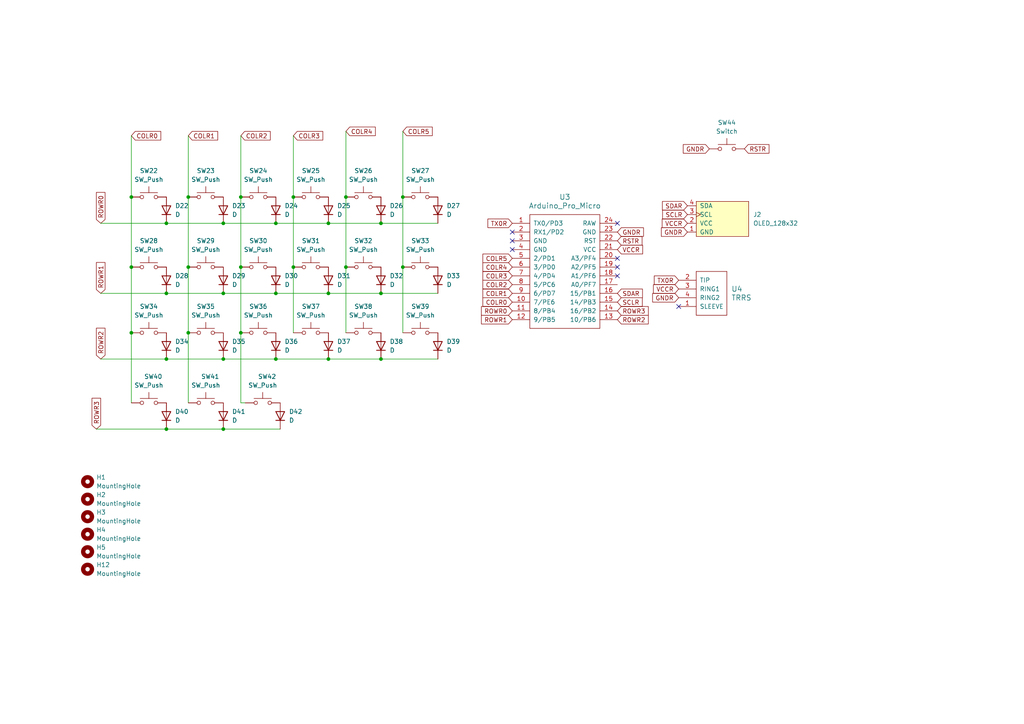
<source format=kicad_sch>
(kicad_sch (version 20250114) (generator "eeschema") (generator_version "9.0")
  (paper "A4")
  (lib_symbols
    (symbol "Device:D" (pin_numbers (hide yes)) (pin_names (offset 1.016) (hide yes))
      (property "Reference" "D" (at 0 2.54 0))
      (property "Value" "D" (at 0 -2.54 0))
      (symbol "D_0_1"
        (polyline (pts (xy -1.27 1.27) (xy -1.27 -1.27)) (stroke (width 0.254)))
        (polyline (pts (xy 1.27 1.27) (xy 1.27 -1.27) (xy -1.27 0) (xy 1.27 1.27)) (stroke (width 0.254)))
        (polyline (pts (xy 1.27 0) (xy -1.27 0)))
      )
      (symbol "D_1_1"
        (pin passive line (at -3.81 0 0) (length 2.54) (name "K") (number "1"))
        (pin passive line (at 3.81 0 180) (length 2.54) (name "A") (number "2"))
      )
    )
    (symbol "Mechanical:MountingHole" (pin_names (offset 1.016)) (in_bom no)
      (property "Reference" "H" (at 0 5.08 0))
      (property "Value" "MountingHole" (at 0 3.175 0))
      (symbol "MountingHole_0_1"
        (circle (center 0 0) (radius 1.27) (stroke (width 1.27)))
      )
    )
    (symbol "ScottoKeebs:MCU_Arduino_Pro_Micro" (pin_names (offset 1.016))
      (property "Reference" "U" (at 0 0 0))
      (property "Value" "Arduino_Pro_Micro" (at 0 -19.05 0))
      (symbol "MCU_Arduino_Pro_Micro_0_1"
        (rectangle (start -10.16 16.51) (end 10.16 -16.51))
      )
      (symbol "MCU_Arduino_Pro_Micro_1_1"
        (pin input line (at -15.24 13.97 0) (length 5.08) (name "TX0/PD3") (number "1"))
        (pin input line (at -15.24 11.43 0) (length 5.08) (name "RX1/PD2") (number "2"))
        (pin input line (at -15.24 8.89 0) (length 5.08) (name "GND") (number "3"))
        (pin input line (at -15.24 6.35 0) (length 5.08) (name "GND") (number "4"))
        (pin input line (at -15.24 3.81 0) (length 5.08) (name "2/PD1") (number "5"))
        (pin input line (at -15.24 1.27 0) (length 5.08) (name "3/PD0") (number "6"))
        (pin input line (at -15.24 -1.27 0) (length 5.08) (name "4/PD4") (number "7"))
        (pin input line (at -15.24 -3.81 0) (length 5.08) (name "5/PC6") (number "8"))
        (pin input line (at -15.24 -6.35 0) (length 5.08) (name "6/PD7") (number "9"))
        (pin input line (at -15.24 -8.89 0) (length 5.08) (name "7/PE6") (number "10"))
        (pin input line (at -15.24 -11.43 0) (length 5.08) (name "8/PB4") (number "11"))
        (pin input line (at -15.24 -13.97 0) (length 5.08) (name "9/PB5") (number "12"))
        (pin input line (at 15.24 13.97 180) (length 5.08) (name "RAW") (number "24"))
        (pin input line (at 15.24 11.43 180) (length 5.08) (name "GND") (number "23"))
        (pin input line (at 15.24 8.89 180) (length 5.08) (name "RST") (number "22"))
        (pin input line (at 15.24 6.35 180) (length 5.08) (name "VCC") (number "21"))
        (pin input line (at 15.24 3.81 180) (length 5.08) (name "A3/PF4") (number "20"))
        (pin input line (at 15.24 1.27 180) (length 5.08) (name "A2/PF5") (number "19"))
        (pin input line (at 15.24 -1.27 180) (length 5.08) (name "A1/PF6") (number "18"))
        (pin input line (at 15.24 -3.81 180) (length 5.08) (name "A0/PF7") (number "17"))
        (pin input line (at 15.24 -6.35 180) (length 5.08) (name "15/PB1") (number "16"))
        (pin input line (at 15.24 -8.89 180) (length 5.08) (name "14/PB3") (number "15"))
        (pin input line (at 15.24 -11.43 180) (length 5.08) (name "16/PB2") (number "14"))
        (pin input line (at 15.24 -13.97 180) (length 5.08) (name "10/PB6") (number "13"))
      )
    )
    (symbol "ScottoKeebs:OLED_128x32" (pin_names (offset 1.016))
      (property "Reference" "J" (at 0 -6.35 0))
      (property "Value" "OLED_128x32" (at 0 6.35 0))
      (symbol "OLED_128x32_0_1"
        (rectangle (start 0 5.08) (end 15.24 -5.08) (fill (type background)))
      )
      (symbol "OLED_128x32_1_1"
        (pin bidirectional line (at -2.54 3.81 0) (length 2.54) (name "SDA") (number "4"))
        (pin input clock (at -2.54 1.27 0) (length 2.54) (name "SCL") (number "3"))
        (pin power_in line (at -2.54 -1.27 0) (length 2.54) (name "VCC") (number "2"))
        (pin power_in line (at -2.54 -3.81 0) (length 2.54) (name "GND") (number "1"))
      )
    )
    (symbol "ScottoKeebs:Placeholder_Switch" (pin_numbers (hide yes)) (pin_names (offset 1.016) (hide yes))
      (property "Reference" "SW" (at 1.27 2.54 0))
      (property "Value" "Switch" (at 0 -1.524 0))
      (symbol "Placeholder_Switch_0_1"
        (circle (center -2.032 0) (radius 0.508))
        (polyline (pts (xy 0 1.27) (xy 0 3.048)))
        (circle (center 2.032 0) (radius 0.508))
        (polyline (pts (xy 2.54 1.27) (xy -2.54 1.27)))
        (pin passive line (at -5.08 0 0) (length 2.54) (name "1") (number "1"))
        (pin passive line (at 5.08 0 180) (length 2.54) (name "2") (number "2"))
      )
    )
    (symbol "ScottoKeebs:Placeholder_TRRS" (pin_names (offset 1.016))
      (property "Reference" "U" (at 0 15.24 0))
      (property "Value" "TRRS" (at 0 -2.54 0))
      (symbol "Placeholder_TRRS_0_1"
        (rectangle (start -3.81 12.7) (end 5.08 12.7))
        (rectangle (start -3.81 0) (end -3.81 12.7))
        (rectangle (start -3.81 0) (end 5.08 0))
        (rectangle (start 5.08 12.7) (end 5.08 0))
      )
      (symbol "Placeholder_TRRS_1_1"
        (pin input line (at -8.89 10.16 0) (length 5.08) (name "TIP") (number "2"))
        (pin input line (at -8.89 7.62 0) (length 5.08) (name "RING1") (number "3"))
        (pin input line (at -8.89 5.08 0) (length 5.08) (name "RING2") (number "4"))
        (pin input line (at -8.89 2.54 0) (length 5.08) (name "SLEEVE") (number "1"))
      )
    )
    (symbol "Switch:SW_Push" (pin_numbers (hide yes)) (pin_names (offset 1.016) (hide yes))
      (property "Reference" "SW" (at 1.27 2.54 0))
      (property "Value" "SW_Push" (at 0 -1.524 0))
      (symbol "SW_Push_0_1"
        (circle (center -2.032 0) (radius 0.508))
        (polyline (pts (xy 0 1.27) (xy 0 3.048)))
        (circle (center 2.032 0) (radius 0.508))
        (polyline (pts (xy 2.54 1.27) (xy -2.54 1.27)))
        (pin passive line (at -5.08 0 0) (length 2.54) (name "1") (number "1"))
        (pin passive line (at 5.08 0 180) (length 2.54) (name "2") (number "2"))
      )
    )
  )
  (junction (at 54.61 77.47))
  (junction (at 64.77 124.46))
  (junction (at 69.85 57.15))
  (junction (at 38.1 96.52))
  (junction (at 110.49 104.14))
  (junction (at 100.33 57.15))
  (junction (at 80.01 85.09))
  (junction (at 54.61 96.52))
  (junction (at 38.1 57.15))
  (junction (at 80.01 64.77))
  (junction (at 54.61 57.15))
  (junction (at 85.09 57.15))
  (junction (at 80.01 104.14))
  (junction (at 64.77 104.14))
  (junction (at 69.85 77.47))
  (junction (at 95.25 85.09))
  (junction (at 48.26 104.14))
  (junction (at 48.26 124.46))
  (junction (at 38.1 77.47))
  (junction (at 110.49 64.77))
  (junction (at 95.25 104.14))
  (junction (at 48.26 85.09))
  (junction (at 48.26 64.77))
  (junction (at 116.84 77.47))
  (junction (at 69.85 96.52))
  (junction (at 95.25 64.77))
  (junction (at 116.84 57.15))
  (junction (at 100.33 77.47))
  (junction (at 85.09 77.47))
  (junction (at 64.77 85.09))
  (junction (at 110.49 85.09))
  (junction (at 64.77 64.77))
  (no_connect (at 148.59 72.39))
  (no_connect (at 179.07 77.47))
  (no_connect (at 196.85 88.9))
  (no_connect (at 179.07 80.01))
  (no_connect (at 148.59 69.85))
  (no_connect (at 179.07 74.93))
  (no_connect (at 148.59 67.31))
  (no_connect (at 179.07 64.77))
  (wire (pts (xy 110.49 104.14) (xy 127 104.14)))
  (wire (pts (xy 85.09 39.37) (xy 85.09 57.15)))
  (wire (pts (xy 38.1 77.47) (xy 38.1 96.52)))
  (wire (pts (xy 80.01 85.09) (xy 95.25 85.09)))
  (wire (pts (xy 54.61 77.47) (xy 54.61 96.52)))
  (wire (pts (xy 48.26 104.14) (xy 64.77 104.14)))
  (wire (pts (xy 54.61 57.15) (xy 54.61 77.47)))
  (wire (pts (xy 64.77 64.77) (xy 80.01 64.77)))
  (wire (pts (xy 48.26 85.09) (xy 64.77 85.09)))
  (wire (pts (xy 110.49 64.77) (xy 127 64.77)))
  (wire (pts (xy 54.61 39.37) (xy 54.61 57.15)))
  (wire (pts (xy 38.1 57.15) (xy 38.1 77.47)))
  (wire (pts (xy 110.49 85.09) (xy 127 85.09)))
  (wire (pts (xy 100.33 77.47) (xy 100.33 96.52)))
  (wire (pts (xy 85.09 77.47) (xy 85.09 96.52)))
  (wire (pts (xy 64.77 85.09) (xy 80.01 85.09)))
  (wire (pts (xy 69.85 77.47) (xy 69.85 96.52)))
  (wire (pts (xy 29.21 64.77) (xy 48.26 64.77)))
  (wire (pts (xy 27.94 124.46) (xy 48.26 124.46)))
  (wire (pts (xy 29.21 85.09) (xy 48.26 85.09)))
  (wire (pts (xy 38.1 39.37) (xy 38.1 57.15)))
  (wire (pts (xy 54.61 96.52) (xy 54.61 116.84)))
  (wire (pts (xy 116.84 77.47) (xy 116.84 96.52)))
  (wire (pts (xy 69.85 96.52) (xy 69.85 116.84)))
  (wire (pts (xy 80.01 104.14) (xy 95.25 104.14)))
  (wire (pts (xy 69.85 39.37) (xy 69.85 57.15)))
  (wire (pts (xy 100.33 38.1) (xy 100.33 57.15)))
  (wire (pts (xy 48.26 124.46) (xy 64.77 124.46)))
  (wire (pts (xy 95.25 85.09) (xy 110.49 85.09)))
  (wire (pts (xy 116.84 57.15) (xy 116.84 77.47)))
  (wire (pts (xy 80.01 64.77) (xy 95.25 64.77)))
  (wire (pts (xy 38.1 96.52) (xy 38.1 116.84)))
  (wire (pts (xy 95.25 104.14) (xy 110.49 104.14)))
  (wire (pts (xy 69.85 57.15) (xy 69.85 77.47)))
  (wire (pts (xy 95.25 64.77) (xy 110.49 64.77)))
  (wire (pts (xy 29.21 104.14) (xy 48.26 104.14)))
  (wire (pts (xy 85.09 57.15) (xy 85.09 77.47)))
  (wire (pts (xy 116.84 38.1) (xy 116.84 57.15)))
  (wire (pts (xy 64.77 104.14) (xy 80.01 104.14)))
  (wire (pts (xy 100.33 57.15) (xy 100.33 77.47)))
  (wire (pts (xy 64.77 124.46) (xy 81.28 124.46)))
  (wire (pts (xy 69.85 116.84) (xy 71.12 116.84)))
  (wire (pts (xy 48.26 64.77) (xy 64.77 64.77)))
  (global_label "COLR5" (shape input) (at 116.84 38.1 0) (property "Intersheetrefs" "${INTERSHEET_REFS}" (effects (hide yes))))
  (global_label "SCLR" (shape input) (at 179.07 87.63 0) (property "Intersheetrefs" "${INTERSHEET_REFS}" (effects (hide yes))))
  (global_label "ROWR2" (shape input) (at 29.21 104.14 90) (property "Intersheetrefs" "${INTERSHEET_REFS}" (effects (hide yes))))
  (global_label "ROWR3" (shape input) (at 27.94 124.46 90) (property "Intersheetrefs" "${INTERSHEET_REFS}" (effects (hide yes))))
  (global_label "COLR2" (shape input) (at 148.59 82.55 180) (property "Intersheetrefs" "${INTERSHEET_REFS}" (effects (hide yes))))
  (global_label "ROWR1" (shape input) (at 148.59 92.71 180) (property "Intersheetrefs" "${INTERSHEET_REFS}" (effects (hide yes))))
  (global_label "COLR1" (shape input) (at 148.59 85.09 180) (property "Intersheetrefs" "${INTERSHEET_REFS}" (effects (hide yes))))
  (global_label "COLR1" (shape input) (at 54.61 39.37 0) (property "Intersheetrefs" "${INTERSHEET_REFS}" (effects (hide yes))))
  (global_label "COLR0" (shape input) (at 38.1 39.37 0) (property "Intersheetrefs" "${INTERSHEET_REFS}" (effects (hide yes))))
  (global_label "VCCR" (shape input) (at 179.07 72.39 0) (property "Intersheetrefs" "${INTERSHEET_REFS}" (effects (hide yes))))
  (global_label "VCCR" (shape input) (at 196.85 83.82 180) (property "Intersheetrefs" "${INTERSHEET_REFS}" (effects (hide yes))))
  (global_label "COLR3" (shape input) (at 148.59 80.01 180) (property "Intersheetrefs" "${INTERSHEET_REFS}" (effects (hide yes))))
  (global_label "SCLR" (shape input) (at 199.39 62.23 180) (property "Intersheetrefs" "${INTERSHEET_REFS}" (effects (hide yes))))
  (global_label "COLR5" (shape input) (at 148.59 74.93 180) (property "Intersheetrefs" "${INTERSHEET_REFS}" (effects (hide yes))))
  (global_label "COLR4" (shape input) (at 148.59 77.47 180) (property "Intersheetrefs" "${INTERSHEET_REFS}" (effects (hide yes))))
  (global_label "COLR3" (shape input) (at 85.09 39.37 0) (property "Intersheetrefs" "${INTERSHEET_REFS}" (effects (hide yes))))
  (global_label "RSTR" (shape input) (at 215.9 43.18 0) (property "Intersheetrefs" "${INTERSHEET_REFS}" (effects (hide yes))))
  (global_label "SDAR" (shape input) (at 199.39 59.69 180) (property "Intersheetrefs" "${INTERSHEET_REFS}" (effects (hide yes))))
  (global_label "ROWR2" (shape input) (at 179.07 92.71 0) (property "Intersheetrefs" "${INTERSHEET_REFS}" (effects (hide yes))))
  (global_label "GNDR" (shape input) (at 196.85 86.36 180) (property "Intersheetrefs" "${INTERSHEET_REFS}" (effects (hide yes))))
  (global_label "ROWR0" (shape input) (at 29.21 64.77 90) (property "Intersheetrefs" "${INTERSHEET_REFS}" (effects (hide yes))))
  (global_label "ROWR3" (shape input) (at 179.07 90.17 0) (property "Intersheetrefs" "${INTERSHEET_REFS}" (effects (hide yes))))
  (global_label "GNDR" (shape input) (at 199.39 67.31 180) (property "Intersheetrefs" "${INTERSHEET_REFS}" (effects (hide yes))))
  (global_label "SDAR" (shape input) (at 179.07 85.09 0) (property "Intersheetrefs" "${INTERSHEET_REFS}" (effects (hide yes))))
  (global_label "VCCR" (shape input) (at 199.39 64.77 180) (property "Intersheetrefs" "${INTERSHEET_REFS}" (effects (hide yes))))
  (global_label "ROWR1" (shape input) (at 29.21 85.09 90) (property "Intersheetrefs" "${INTERSHEET_REFS}" (effects (hide yes))))
  (global_label "COLR2" (shape input) (at 69.85 39.37 0) (property "Intersheetrefs" "${INTERSHEET_REFS}" (effects (hide yes))))
  (global_label "GNDR" (shape input) (at 205.74 43.18 180) (property "Intersheetrefs" "${INTERSHEET_REFS}" (effects (hide yes))))
  (global_label "ROWR0" (shape input) (at 148.59 90.17 180) (property "Intersheetrefs" "${INTERSHEET_REFS}" (effects (hide yes))))
  (global_label "GNDR" (shape input) (at 179.07 67.31 0) (property "Intersheetrefs" "${INTERSHEET_REFS}" (effects (hide yes))))
  (global_label "TX0R" (shape input) (at 196.85 81.28 180) (property "Intersheetrefs" "${INTERSHEET_REFS}" (effects (hide yes))))
  (global_label "TX0R" (shape input) (at 148.59 64.77 180) (property "Intersheetrefs" "${INTERSHEET_REFS}" (effects (hide yes))))
  (global_label "RSTR" (shape input) (at 179.07 69.85 0) (property "Intersheetrefs" "${INTERSHEET_REFS}" (effects (hide yes))))
  (global_label "COLR4" (shape input) (at 100.33 38.1 0) (property "Intersheetrefs" "${INTERSHEET_REFS}" (effects (hide yes))))
  (global_label "COLR0" (shape input) (at 148.59 87.63 180) (property "Intersheetrefs" "${INTERSHEET_REFS}" (effects (hide yes))))
  (symbol (lib_id "Switch:SW_Push") (at 121.92 96.52 0) (unit 1)
    (property "Reference" "SW39" (at 121.92 88.9 0))
    (property "Value" "SW_Push" (at 121.92 91.44 0))
    (property "Footprint" "ScottoKeebs_Hotswap:Hotswap_MX_1.00u" (effects (hide yes)))
    (property "Description" "Push button switch, generic, two pins" (effects (hide yes)))
  )
  (symbol (lib_id "Switch:SW_Push") (at 43.18 116.84 0) (unit 1)
    (property "Reference" "SW40" (at 44.45 109.22 0))
    (property "Value" "SW_Push" (at 43.18 111.76 0))
    (property "Footprint" "ScottoKeebs_Hotswap:Hotswap_MX_1.00u" (effects (hide yes)))
    (property "Description" "Push button switch, generic, two pins" (effects (hide yes)))
  )
  (symbol (lib_id "Device:D") (at 64.77 81.28 90) (unit 1)
    (property "Reference" "D29" (at 67.31 80.0099 90) (effects (justify right)))
    (property "Value" "D" (at 67.31 82.5499 90) (effects (justify right)))
    (property "Footprint" "ScottoKeebs_Components:Diode_SOD-123" (effects (hide yes)))
    (property "Description" "Diode" (effects (hide yes)))
    (property "Sim.Device" "D" (effects (hide yes)))
    (property "Sim.Pins" "1=K 2=A" (effects (hide yes)))
  )
  (symbol (lib_id "Device:D") (at 48.26 120.65 90) (unit 1)
    (property "Reference" "D40" (at 50.8 119.3799 90) (effects (justify right)))
    (property "Value" "D" (at 50.8 121.9199 90) (effects (justify right)))
    (property "Footprint" "ScottoKeebs_Components:Diode_SOD-123" (effects (hide yes)))
    (property "Description" "Diode" (effects (hide yes)))
    (property "Sim.Device" "D" (effects (hide yes)))
    (property "Sim.Pins" "1=K 2=A" (effects (hide yes)))
  )
  (symbol (lib_id "Device:D") (at 110.49 81.28 90) (unit 1)
    (property "Reference" "D32" (at 113.03 80.0099 90) (effects (justify right)))
    (property "Value" "D" (at 113.03 82.5499 90) (effects (justify right)))
    (property "Footprint" "ScottoKeebs_Components:Diode_SOD-123" (effects (hide yes)))
    (property "Description" "Diode" (effects (hide yes)))
    (property "Sim.Device" "D" (effects (hide yes)))
    (property "Sim.Pins" "1=K 2=A" (effects (hide yes)))
  )
  (symbol (lib_id "Switch:SW_Push") (at 43.18 96.52 0) (unit 1)
    (property "Reference" "SW34" (at 43.18 88.9 0))
    (property "Value" "SW_Push" (at 43.18 91.44 0))
    (property "Footprint" "ScottoKeebs_Hotswap:Hotswap_MX_1.00u" (effects (hide yes)))
    (property "Description" "Push button switch, generic, two pins" (effects (hide yes)))
  )
  (symbol (lib_id "Device:D") (at 81.28 120.65 90) (unit 1)
    (property "Reference" "D42" (at 83.82 119.3799 90) (effects (justify right)))
    (property "Value" "D" (at 83.82 121.9199 90) (effects (justify right)))
    (property "Footprint" "ScottoKeebs_Components:Diode_SOD-123" (effects (hide yes)))
    (property "Description" "Diode" (effects (hide yes)))
    (property "Sim.Device" "D" (effects (hide yes)))
    (property "Sim.Pins" "1=K 2=A" (effects (hide yes)))
  )
  (symbol (lib_id "Device:D") (at 64.77 60.96 90) (unit 1)
    (property "Reference" "D23" (at 67.31 59.6899 90) (effects (justify right)))
    (property "Value" "D" (at 67.31 62.2299 90) (effects (justify right)))
    (property "Footprint" "ScottoKeebs_Components:Diode_SOD-123" (effects (hide yes)))
    (property "Description" "Diode" (effects (hide yes)))
    (property "Sim.Device" "D" (effects (hide yes)))
    (property "Sim.Pins" "1=K 2=A" (effects (hide yes)))
  )
  (symbol (lib_id "Device:D") (at 48.26 81.28 90) (unit 1)
    (property "Reference" "D28" (at 50.8 80.0099 90) (effects (justify right)))
    (property "Value" "D" (at 50.8 82.5499 90) (effects (justify right)))
    (property "Footprint" "ScottoKeebs_Components:Diode_SOD-123" (effects (hide yes)))
    (property "Description" "Diode" (effects (hide yes)))
    (property "Sim.Device" "D" (effects (hide yes)))
    (property "Sim.Pins" "1=K 2=A" (effects (hide yes)))
  )
  (symbol (lib_id "Switch:SW_Push") (at 59.69 96.52 0) (unit 1)
    (property "Reference" "SW35" (at 59.69 88.9 0))
    (property "Value" "SW_Push" (at 59.69 91.44 0))
    (property "Footprint" "ScottoKeebs_Hotswap:Hotswap_MX_1.00u" (effects (hide yes)))
    (property "Description" "Push button switch, generic, two pins" (effects (hide yes)))
  )
  (symbol (lib_id "Switch:SW_Push") (at 121.92 77.47 0) (unit 1)
    (property "Reference" "SW33" (at 121.92 69.85 0))
    (property "Value" "SW_Push" (at 121.92 72.39 0))
    (property "Footprint" "ScottoKeebs_Hotswap:Hotswap_MX_1.00u" (effects (hide yes)))
    (property "Description" "Push button switch, generic, two pins" (effects (hide yes)))
  )
  (symbol (lib_id "Mechanical:MountingHole") (at 25.4 160.02 0) (unit 1) (in_bom no)
    (property "Reference" "H5" (at 27.94 158.7499 0) (effects (justify left)))
    (property "Value" "MountingHole" (at 27.94 161.2899 0) (effects (justify left)))
    (property "Footprint" "MountingHole:MountingHole_2.2mm_M2" (effects (hide yes)))
    (property "Description" "Mounting Hole without connection" (effects (hide yes)))
  )
  (symbol (lib_id "Mechanical:MountingHole") (at 25.4 165.1 0) (unit 1) (in_bom no)
    (property "Reference" "H12" (at 27.94 163.8299 0) (effects (justify left)))
    (property "Value" "MountingHole" (at 27.94 166.3699 0) (effects (justify left)))
    (property "Footprint" "MountingHole:MountingHole_2.2mm_M2" (effects (hide yes)))
    (property "Description" "Mounting Hole without connection" (effects (hide yes)))
  )
  (symbol (lib_id "Device:D") (at 64.77 100.33 90) (unit 1)
    (property "Reference" "D35" (at 67.31 99.0599 90) (effects (justify right)))
    (property "Value" "D" (at 67.31 101.5999 90) (effects (justify right)))
    (property "Footprint" "ScottoKeebs_Components:Diode_SOD-123" (effects (hide yes)))
    (property "Description" "Diode" (effects (hide yes)))
    (property "Sim.Device" "D" (effects (hide yes)))
    (property "Sim.Pins" "1=K 2=A" (effects (hide yes)))
  )
  (symbol (lib_id "Device:D") (at 110.49 100.33 90) (unit 1)
    (property "Reference" "D38" (at 113.03 99.0599 90) (effects (justify right)))
    (property "Value" "D" (at 113.03 101.5999 90) (effects (justify right)))
    (property "Footprint" "ScottoKeebs_Components:Diode_SOD-123" (effects (hide yes)))
    (property "Description" "Diode" (effects (hide yes)))
    (property "Sim.Device" "D" (effects (hide yes)))
    (property "Sim.Pins" "1=K 2=A" (effects (hide yes)))
  )
  (symbol (lib_id "Switch:SW_Push") (at 74.93 96.52 0) (unit 1)
    (property "Reference" "SW36" (at 74.93 88.9 0))
    (property "Value" "SW_Push" (at 74.93 91.44 0))
    (property "Footprint" "ScottoKeebs_Hotswap:Hotswap_MX_1.00u" (effects (hide yes)))
    (property "Description" "Push button switch, generic, two pins" (effects (hide yes)))
  )
  (symbol (lib_id "Mechanical:MountingHole") (at 25.4 139.7 0) (unit 1) (in_bom no)
    (property "Reference" "H1" (at 27.94 138.4299 0) (effects (justify left)))
    (property "Value" "MountingHole" (at 27.94 140.9699 0) (effects (justify left)))
    (property "Footprint" "MountingHole:MountingHole_2.2mm_M2" (effects (hide yes)))
    (property "Description" "Mounting Hole without connection" (effects (hide yes)))
  )
  (symbol (lib_id "Device:D") (at 127 60.96 90) (unit 1)
    (property "Reference" "D27" (at 129.54 59.6899 90) (effects (justify right)))
    (property "Value" "D" (at 129.54 62.2299 90) (effects (justify right)))
    (property "Footprint" "ScottoKeebs_Components:Diode_SOD-123" (effects (hide yes)))
    (property "Description" "Diode" (effects (hide yes)))
    (property "Sim.Device" "D" (effects (hide yes)))
    (property "Sim.Pins" "1=K 2=A" (effects (hide yes)))
  )
  (symbol (lib_id "Switch:SW_Push") (at 74.93 57.15 0) (unit 1)
    (property "Reference" "SW24" (at 74.93 49.53 0))
    (property "Value" "SW_Push" (at 74.93 52.07 0))
    (property "Footprint" "ScottoKeebs_Hotswap:Hotswap_MX_1.00u" (effects (hide yes)))
    (property "Description" "Push button switch, generic, two pins" (effects (hide yes)))
  )
  (symbol (lib_id "Switch:SW_Push") (at 105.41 96.52 0) (unit 1)
    (property "Reference" "SW38" (at 105.41 88.9 0))
    (property "Value" "SW_Push" (at 105.41 91.44 0))
    (property "Footprint" "ScottoKeebs_Hotswap:Hotswap_MX_1.00u" (effects (hide yes)))
    (property "Description" "Push button switch, generic, two pins" (effects (hide yes)))
  )
  (symbol (lib_id "Switch:SW_Push") (at 59.69 116.84 0) (unit 1)
    (property "Reference" "SW41" (at 60.96 109.22 0))
    (property "Value" "SW_Push" (at 59.69 111.76 0))
    (property "Footprint" "ScottoKeebs_Hotswap:Hotswap_MX_1.00u" (effects (hide yes)))
    (property "Description" "Push button switch, generic, two pins" (effects (hide yes)))
  )
  (symbol (lib_id "Device:D") (at 80.01 81.28 90) (unit 1)
    (property "Reference" "D30" (at 82.55 80.0099 90) (effects (justify right)))
    (property "Value" "D" (at 82.55 82.5499 90) (effects (justify right)))
    (property "Footprint" "ScottoKeebs_Components:Diode_SOD-123" (effects (hide yes)))
    (property "Description" "Diode" (effects (hide yes)))
    (property "Sim.Device" "D" (effects (hide yes)))
    (property "Sim.Pins" "1=K 2=A" (effects (hide yes)))
  )
  (symbol (lib_id "Device:D") (at 95.25 60.96 90) (unit 1)
    (property "Reference" "D25" (at 97.79 59.6899 90) (effects (justify right)))
    (property "Value" "D" (at 97.79 62.2299 90) (effects (justify right)))
    (property "Footprint" "ScottoKeebs_Components:Diode_SOD-123" (effects (hide yes)))
    (property "Description" "Diode" (effects (hide yes)))
    (property "Sim.Device" "D" (effects (hide yes)))
    (property "Sim.Pins" "1=K 2=A" (effects (hide yes)))
  )
  (symbol (lib_id "Device:D") (at 95.25 81.28 90) (unit 1)
    (property "Reference" "D31" (at 97.79 80.0099 90) (effects (justify right)))
    (property "Value" "D" (at 97.79 82.5499 90) (effects (justify right)))
    (property "Footprint" "ScottoKeebs_Components:Diode_SOD-123" (effects (hide yes)))
    (property "Description" "Diode" (effects (hide yes)))
    (property "Sim.Device" "D" (effects (hide yes)))
    (property "Sim.Pins" "1=K 2=A" (effects (hide yes)))
  )
  (symbol (lib_id "ScottoKeebs:Placeholder_Switch") (at 210.82 43.18 0) (unit 1)
    (property "Reference" "SW44" (at 210.82 35.56 0))
    (property "Value" "Switch" (at 210.82 38.1 0))
    (property "Footprint" "ScottoKeebs_Components:Button_MJTP1243" (effects (hide yes)))
    (property "Description" "Push button switch, generic, two pins" (effects (hide yes)))
  )
  (symbol (lib_id "Switch:SW_Push") (at 74.93 77.47 0) (unit 1)
    (property "Reference" "SW30" (at 74.93 69.85 0))
    (property "Value" "SW_Push" (at 74.93 72.39 0))
    (property "Footprint" "ScottoKeebs_Hotswap:Hotswap_MX_1.00u" (effects (hide yes)))
    (property "Description" "Push button switch, generic, two pins" (effects (hide yes)))
  )
  (symbol (lib_id "Device:D") (at 48.26 100.33 90) (unit 1)
    (property "Reference" "D34" (at 50.8 99.0599 90) (effects (justify right)))
    (property "Value" "D" (at 50.8 101.5999 90) (effects (justify right)))
    (property "Footprint" "ScottoKeebs_Components:Diode_SOD-123" (effects (hide yes)))
    (property "Description" "Diode" (effects (hide yes)))
    (property "Sim.Device" "D" (effects (hide yes)))
    (property "Sim.Pins" "1=K 2=A" (effects (hide yes)))
  )
  (symbol (lib_id "ScottoKeebs:OLED_128x32") (at 201.93 63.5 0) (unit 1)
    (property "Reference" "J2" (at 218.44 62.2299 0) (effects (justify left)))
    (property "Value" "OLED_128x32" (at 218.44 64.7699 0) (effects (justify left)))
    (property "Footprint" "ScottoKeebs_Components:OLED_128x32" (effects (hide yes)))
  )
  (symbol (lib_id "Switch:SW_Push") (at 105.41 77.47 0) (unit 1)
    (property "Reference" "SW32" (at 105.41 69.85 0))
    (property "Value" "SW_Push" (at 105.41 72.39 0))
    (property "Footprint" "ScottoKeebs_Hotswap:Hotswap_MX_1.00u" (effects (hide yes)))
    (property "Description" "Push button switch, generic, two pins" (effects (hide yes)))
  )
  (symbol (lib_id "Device:D") (at 110.49 60.96 90) (unit 1)
    (property "Reference" "D26" (at 113.03 59.6899 90) (effects (justify right)))
    (property "Value" "D" (at 113.03 62.2299 90) (effects (justify right)))
    (property "Footprint" "ScottoKeebs_Components:Diode_SOD-123" (effects (hide yes)))
    (property "Description" "Diode" (effects (hide yes)))
    (property "Sim.Device" "D" (effects (hide yes)))
    (property "Sim.Pins" "1=K 2=A" (effects (hide yes)))
  )
  (symbol (lib_id "Device:D") (at 64.77 120.65 90) (unit 1)
    (property "Reference" "D41" (at 67.31 119.3799 90) (effects (justify right)))
    (property "Value" "D" (at 67.31 121.9199 90) (effects (justify right)))
    (property "Footprint" "ScottoKeebs_Components:Diode_SOD-123" (effects (hide yes)))
    (property "Description" "Diode" (effects (hide yes)))
    (property "Sim.Device" "D" (effects (hide yes)))
    (property "Sim.Pins" "1=K 2=A" (effects (hide yes)))
  )
  (symbol (lib_id "Switch:SW_Push") (at 121.92 57.15 0) (unit 1)
    (property "Reference" "SW27" (at 121.92 49.53 0))
    (property "Value" "SW_Push" (at 121.92 52.07 0))
    (property "Footprint" "ScottoKeebs_Hotswap:Hotswap_MX_1.00u" (effects (hide yes)))
    (property "Description" "Push button switch, generic, two pins" (effects (hide yes)))
  )
  (symbol (lib_id "Mechanical:MountingHole") (at 25.4 154.94 0) (unit 1) (in_bom no)
    (property "Reference" "H4" (at 27.94 153.6699 0) (effects (justify left)))
    (property "Value" "MountingHole" (at 27.94 156.2099 0) (effects (justify left)))
    (property "Footprint" "MountingHole:MountingHole_2.2mm_M2" (effects (hide yes)))
    (property "Description" "Mounting Hole without connection" (effects (hide yes)))
  )
  (symbol (lib_id "Switch:SW_Push") (at 59.69 77.47 0) (unit 1)
    (property "Reference" "SW29" (at 59.69 69.85 0))
    (property "Value" "SW_Push" (at 59.69 72.39 0))
    (property "Footprint" "ScottoKeebs_Hotswap:Hotswap_MX_1.00u" (effects (hide yes)))
    (property "Description" "Push button switch, generic, two pins" (effects (hide yes)))
  )
  (symbol (lib_id "Switch:SW_Push") (at 90.17 77.47 0) (unit 1)
    (property "Reference" "SW31" (at 90.17 69.85 0))
    (property "Value" "SW_Push" (at 90.17 72.39 0))
    (property "Footprint" "ScottoKeebs_Hotswap:Hotswap_MX_1.00u" (effects (hide yes)))
    (property "Description" "Push button switch, generic, two pins" (effects (hide yes)))
  )
  (symbol (lib_id "Mechanical:MountingHole") (at 25.4 144.78 0) (unit 1) (in_bom no)
    (property "Reference" "H2" (at 27.94 143.5099 0) (effects (justify left)))
    (property "Value" "MountingHole" (at 27.94 146.0499 0) (effects (justify left)))
    (property "Footprint" "MountingHole:MountingHole_2.2mm_M2" (effects (hide yes)))
    (property "Description" "Mounting Hole without connection" (effects (hide yes)))
  )
  (symbol (lib_id "Switch:SW_Push") (at 105.41 57.15 0) (unit 1)
    (property "Reference" "SW26" (at 105.41 49.53 0))
    (property "Value" "SW_Push" (at 105.41 52.07 0))
    (property "Footprint" "ScottoKeebs_Hotswap:Hotswap_MX_1.00u" (effects (hide yes)))
    (property "Description" "Push button switch, generic, two pins" (effects (hide yes)))
  )
  (symbol (lib_id "ScottoKeebs:MCU_Arduino_Pro_Micro") (at 163.83 78.74 0) (unit 1)
    (property "Reference" "U3" (at 163.83 57.15 0) (effects (font (size 1.524 1.524))))
    (property "Value" "Arduino_Pro_Micro" (at 163.83 59.69 0) (effects (font (size 1.524 1.524))))
    (property "Footprint" "ScottoKeebs_MCU:Arduino_Pro_Micro" (effects (hide yes)))
  )
  (symbol (lib_id "Mechanical:MountingHole") (at 25.4 149.86 0) (unit 1) (in_bom no)
    (property "Reference" "H3" (at 27.94 148.5899 0) (effects (justify left)))
    (property "Value" "MountingHole" (at 27.94 151.1299 0) (effects (justify left)))
    (property "Footprint" "MountingHole:MountingHole_2.2mm_M2" (effects (hide yes)))
    (property "Description" "Mounting Hole without connection" (effects (hide yes)))
  )
  (symbol (lib_id "Device:D") (at 95.25 100.33 90) (unit 1)
    (property "Reference" "D37" (at 97.79 99.0599 90) (effects (justify right)))
    (property "Value" "D" (at 97.79 101.5999 90) (effects (justify right)))
    (property "Footprint" "ScottoKeebs_Components:Diode_SOD-123" (effects (hide yes)))
    (property "Description" "Diode" (effects (hide yes)))
    (property "Sim.Device" "D" (effects (hide yes)))
    (property "Sim.Pins" "1=K 2=A" (effects (hide yes)))
  )
  (symbol (lib_id "Switch:SW_Push") (at 43.18 57.15 0) (unit 1)
    (property "Reference" "SW22" (at 43.18 49.53 0))
    (property "Value" "SW_Push" (at 43.18 52.07 0))
    (property "Footprint" "ScottoKeebs_Hotswap:Hotswap_MX_1.00u" (effects (hide yes)))
    (property "Description" "Push button switch, generic, two pins" (effects (hide yes)))
  )
  (symbol (lib_id "Switch:SW_Push") (at 43.18 77.47 0) (unit 1)
    (property "Reference" "SW28" (at 43.18 69.85 0))
    (property "Value" "SW_Push" (at 43.18 72.39 0))
    (property "Footprint" "ScottoKeebs_Hotswap:Hotswap_MX_1.00u" (effects (hide yes)))
    (property "Description" "Push button switch, generic, two pins" (effects (hide yes)))
  )
  (symbol (lib_id "Switch:SW_Push") (at 90.17 96.52 0) (unit 1)
    (property "Reference" "SW37" (at 90.17 88.9 0))
    (property "Value" "SW_Push" (at 90.17 91.44 0))
    (property "Footprint" "ScottoKeebs_Hotswap:Hotswap_MX_1.00u" (effects (hide yes)))
    (property "Description" "Push button switch, generic, two pins" (effects (hide yes)))
  )
  (symbol (lib_id "Switch:SW_Push") (at 76.2 116.84 0) (unit 1)
    (property "Reference" "SW42" (at 77.47 109.22 0))
    (property "Value" "SW_Push" (at 76.2 111.76 0))
    (property "Footprint" "ScottoKeebs_Hotswap:Hotswap_MX_1.00u" (effects (hide yes)))
    (property "Description" "Push button switch, generic, two pins" (effects (hide yes)))
  )
  (symbol (lib_id "Device:D") (at 48.26 60.96 90) (unit 1)
    (property "Reference" "D22" (at 50.8 59.6899 90) (effects (justify right)))
    (property "Value" "D" (at 50.8 62.2299 90) (effects (justify right)))
    (property "Footprint" "ScottoKeebs_Components:Diode_SOD-123" (effects (hide yes)))
    (property "Description" "Diode" (effects (hide yes)))
    (property "Sim.Device" "D" (effects (hide yes)))
    (property "Sim.Pins" "1=K 2=A" (effects (hide yes)))
  )
  (symbol (lib_id "Switch:SW_Push") (at 90.17 57.15 0) (unit 1)
    (property "Reference" "SW25" (at 90.17 49.53 0))
    (property "Value" "SW_Push" (at 90.17 52.07 0))
    (property "Footprint" "ScottoKeebs_Hotswap:Hotswap_MX_1.00u" (effects (hide yes)))
    (property "Description" "Push button switch, generic, two pins" (effects (hide yes)))
  )
  (symbol (lib_id "ScottoKeebs:Placeholder_TRRS") (at 205.74 91.44 0) (unit 1)
    (property "Reference" "U4" (at 212.09 83.8199 0) (effects (font (size 1.524 1.524)) (justify left)))
    (property "Value" "TRRS" (at 212.09 86.3599 0) (effects (font (size 1.524 1.524)) (justify left)))
    (property "Footprint" "ScottoKeebs_Components:TRRS_PJ-320A" (effects (hide yes)))
  )
  (symbol (lib_id "Device:D") (at 80.01 100.33 90) (unit 1)
    (property "Reference" "D36" (at 82.55 99.0599 90) (effects (justify right)))
    (property "Value" "D" (at 82.55 101.5999 90) (effects (justify right)))
    (property "Footprint" "ScottoKeebs_Components:Diode_SOD-123" (effects (hide yes)))
    (property "Description" "Diode" (effects (hide yes)))
    (property "Sim.Device" "D" (effects (hide yes)))
    (property "Sim.Pins" "1=K 2=A" (effects (hide yes)))
  )
  (symbol (lib_id "Switch:SW_Push") (at 59.69 57.15 0) (unit 1)
    (property "Reference" "SW23" (at 59.69 49.53 0))
    (property "Value" "SW_Push" (at 59.69 52.07 0))
    (property "Footprint" "ScottoKeebs_Hotswap:Hotswap_MX_1.00u" (effects (hide yes)))
    (property "Description" "Push button switch, generic, two pins" (effects (hide yes)))
  )
  (symbol (lib_id "Device:D") (at 127 81.28 90) (unit 1)
    (property "Reference" "D33" (at 129.54 80.0099 90) (effects (justify right)))
    (property "Value" "D" (at 129.54 82.5499 90) (effects (justify right)))
    (property "Footprint" "ScottoKeebs_Components:Diode_SOD-123" (effects (hide yes)))
    (property "Description" "Diode" (effects (hide yes)))
    (property "Sim.Device" "D" (effects (hide yes)))
    (property "Sim.Pins" "1=K 2=A" (effects (hide yes)))
  )
  (symbol (lib_id "Device:D") (at 80.01 60.96 90) (unit 1)
    (property "Reference" "D24" (at 82.55 59.6899 90) (effects (justify right)))
    (property "Value" "D" (at 82.55 62.2299 90) (effects (justify right)))
    (property "Footprint" "ScottoKeebs_Components:Diode_SOD-123" (effects (hide yes)))
    (property "Description" "Diode" (effects (hide yes)))
    (property "Sim.Device" "D" (effects (hide yes)))
    (property "Sim.Pins" "1=K 2=A" (effects (hide yes)))
  )
  (symbol (lib_id "Device:D") (at 127 100.33 90) (unit 1)
    (property "Reference" "D39" (at 129.54 99.0599 90) (effects (justify right)))
    (property "Value" "D" (at 129.54 101.5999 90) (effects (justify right)))
    (property "Footprint" "ScottoKeebs_Components:Diode_SOD-123" (effects (hide yes)))
    (property "Description" "Diode" (effects (hide yes)))
    (property "Sim.Device" "D" (effects (hide yes)))
    (property "Sim.Pins" "1=K 2=A" (effects (hide yes)))
  )
)
</source>
